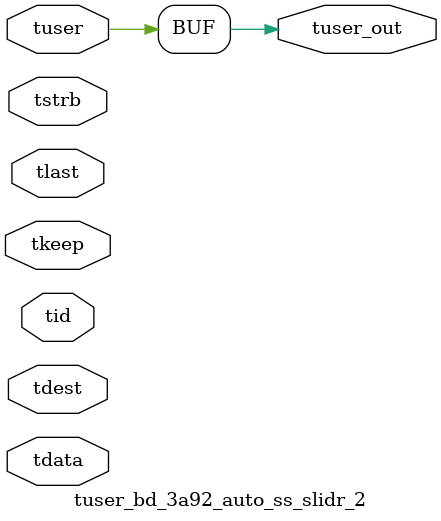
<source format=v>


`timescale 1ps/1ps

module tuser_bd_3a92_auto_ss_slidr_2 #
(
parameter C_S_AXIS_TUSER_WIDTH = 1,
parameter C_S_AXIS_TDATA_WIDTH = 32,
parameter C_S_AXIS_TID_WIDTH   = 0,
parameter C_S_AXIS_TDEST_WIDTH = 0,
parameter C_M_AXIS_TUSER_WIDTH = 1
)
(
input  [(C_S_AXIS_TUSER_WIDTH == 0 ? 1 : C_S_AXIS_TUSER_WIDTH)-1:0     ] tuser,
input  [(C_S_AXIS_TDATA_WIDTH == 0 ? 1 : C_S_AXIS_TDATA_WIDTH)-1:0     ] tdata,
input  [(C_S_AXIS_TID_WIDTH   == 0 ? 1 : C_S_AXIS_TID_WIDTH)-1:0       ] tid,
input  [(C_S_AXIS_TDEST_WIDTH == 0 ? 1 : C_S_AXIS_TDEST_WIDTH)-1:0     ] tdest,
input  [(C_S_AXIS_TDATA_WIDTH/8)-1:0 ] tkeep,
input  [(C_S_AXIS_TDATA_WIDTH/8)-1:0 ] tstrb,
input                                                                    tlast,
output [C_M_AXIS_TUSER_WIDTH-1:0] tuser_out
);

assign tuser_out = {tuser[0:0]};

endmodule


</source>
